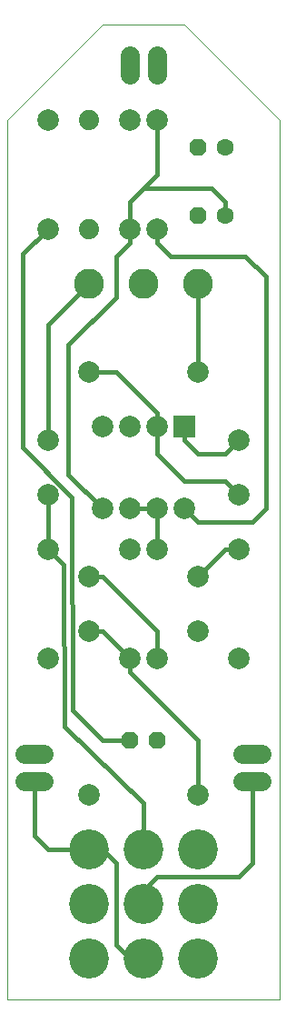
<source format=gtl>
G75*
%MOIN*%
%OFA0B0*%
%FSLAX25Y25*%
%IPPOS*%
%LPD*%
%AMOC8*
5,1,8,0,0,1.08239X$1,22.5*
%
%ADD10C,0.00000*%
%ADD11C,0.07400*%
%ADD12OC8,0.06300*%
%ADD13C,0.06300*%
%ADD14OC8,0.06200*%
%ADD15C,0.14630*%
%ADD16C,0.07874*%
%ADD17R,0.07874X0.07874*%
%ADD18C,0.11000*%
%ADD19C,0.07000*%
%ADD20C,0.01600*%
D10*
X0001000Y0001800D02*
X0001000Y0324300D01*
X0036000Y0359300D01*
X0066000Y0359300D01*
X0101000Y0324300D01*
X0101000Y0001800D01*
X0001000Y0001800D01*
D11*
X0031000Y0284300D03*
X0031000Y0324300D03*
D12*
X0071000Y0314300D03*
X0071000Y0289300D03*
D13*
X0081000Y0289300D03*
X0081000Y0314300D03*
D14*
X0056000Y0096800D03*
X0046000Y0096800D03*
D15*
X0051000Y0056800D03*
X0051000Y0036800D03*
X0051000Y0016800D03*
X0031000Y0016800D03*
X0031000Y0036800D03*
X0031000Y0056800D03*
X0071000Y0056800D03*
X0071000Y0036800D03*
X0071000Y0016800D03*
D16*
X0071000Y0076800D03*
X0056000Y0126800D03*
X0046000Y0126800D03*
X0031000Y0136800D03*
X0016000Y0126800D03*
X0031000Y0156800D03*
X0016000Y0166800D03*
X0016000Y0186800D03*
X0016000Y0206800D03*
X0031000Y0231800D03*
X0036000Y0211800D03*
X0046000Y0211800D03*
X0056000Y0211800D03*
X0071000Y0231800D03*
X0086000Y0206800D03*
X0086000Y0186800D03*
X0086000Y0166800D03*
X0071000Y0156800D03*
X0056000Y0166800D03*
X0046000Y0166800D03*
X0046000Y0181800D03*
X0056000Y0181800D03*
X0066000Y0181800D03*
X0036000Y0181800D03*
X0071000Y0136800D03*
X0086000Y0126800D03*
X0031000Y0076800D03*
X0016000Y0284300D03*
X0046000Y0284300D03*
X0056000Y0284300D03*
X0056000Y0324300D03*
X0046000Y0324300D03*
X0016000Y0324300D03*
D17*
X0066000Y0211800D03*
D18*
X0071000Y0264300D03*
X0051000Y0264300D03*
X0031000Y0264300D03*
D19*
X0046000Y0340800D02*
X0046000Y0347800D01*
X0056000Y0347800D02*
X0056000Y0340800D01*
X0087500Y0091800D02*
X0094500Y0091800D01*
X0094500Y0081800D02*
X0087500Y0081800D01*
X0014500Y0081800D02*
X0007500Y0081800D01*
X0007500Y0091800D02*
X0014500Y0091800D01*
D20*
X0011000Y0081800D02*
X0011000Y0061800D01*
X0016000Y0056800D01*
X0031000Y0056800D01*
X0036000Y0056800D01*
X0041000Y0051800D01*
X0041000Y0021800D01*
X0046000Y0016800D01*
X0051000Y0016800D01*
X0051000Y0036800D02*
X0051000Y0041800D01*
X0056000Y0046800D01*
X0086000Y0046800D01*
X0091000Y0051800D01*
X0091000Y0081800D01*
X0071000Y0076800D02*
X0071000Y0096800D01*
X0046000Y0121800D01*
X0046000Y0126800D01*
X0036000Y0136800D01*
X0031000Y0136800D01*
X0031000Y0156800D02*
X0036000Y0156800D01*
X0056000Y0136800D01*
X0056000Y0126800D01*
X0071000Y0156800D02*
X0081000Y0166800D01*
X0086000Y0166800D01*
X0091000Y0176800D02*
X0071000Y0176800D01*
X0066000Y0181800D01*
X0066000Y0191800D02*
X0081000Y0191800D01*
X0086000Y0186800D01*
X0096000Y0181800D02*
X0091000Y0176800D01*
X0096000Y0181800D02*
X0096000Y0266800D01*
X0088500Y0274300D01*
X0061000Y0274300D01*
X0056000Y0279300D01*
X0056000Y0284300D01*
X0046000Y0284300D02*
X0046000Y0294300D01*
X0051000Y0299300D01*
X0056000Y0304300D01*
X0056000Y0324300D01*
X0051000Y0299300D02*
X0076000Y0299300D01*
X0081000Y0294300D01*
X0081000Y0289300D01*
X0071000Y0264300D02*
X0071000Y0231800D01*
X0066000Y0211800D02*
X0066000Y0206800D01*
X0071000Y0201800D01*
X0081000Y0201800D01*
X0086000Y0206800D01*
X0066000Y0191800D02*
X0056000Y0201800D01*
X0056000Y0211800D01*
X0056000Y0216800D01*
X0041000Y0231800D01*
X0031000Y0231800D01*
X0023500Y0241800D02*
X0023500Y0194300D01*
X0036000Y0181800D01*
X0046000Y0181800D02*
X0056000Y0181800D01*
X0056000Y0166800D01*
X0024930Y0185995D02*
X0006758Y0204323D01*
X0006758Y0275058D01*
X0016000Y0284300D01*
X0031000Y0264300D02*
X0016000Y0249300D01*
X0016000Y0206800D01*
X0016000Y0186800D02*
X0016000Y0166800D01*
X0021925Y0161030D01*
X0022023Y0101987D01*
X0051000Y0073915D01*
X0051000Y0056800D01*
X0046000Y0096800D02*
X0036250Y0096705D01*
X0025158Y0107797D01*
X0024930Y0185995D01*
X0023500Y0241800D02*
X0041000Y0259300D01*
X0041000Y0274300D01*
X0046000Y0279300D01*
X0046000Y0284300D01*
M02*

</source>
